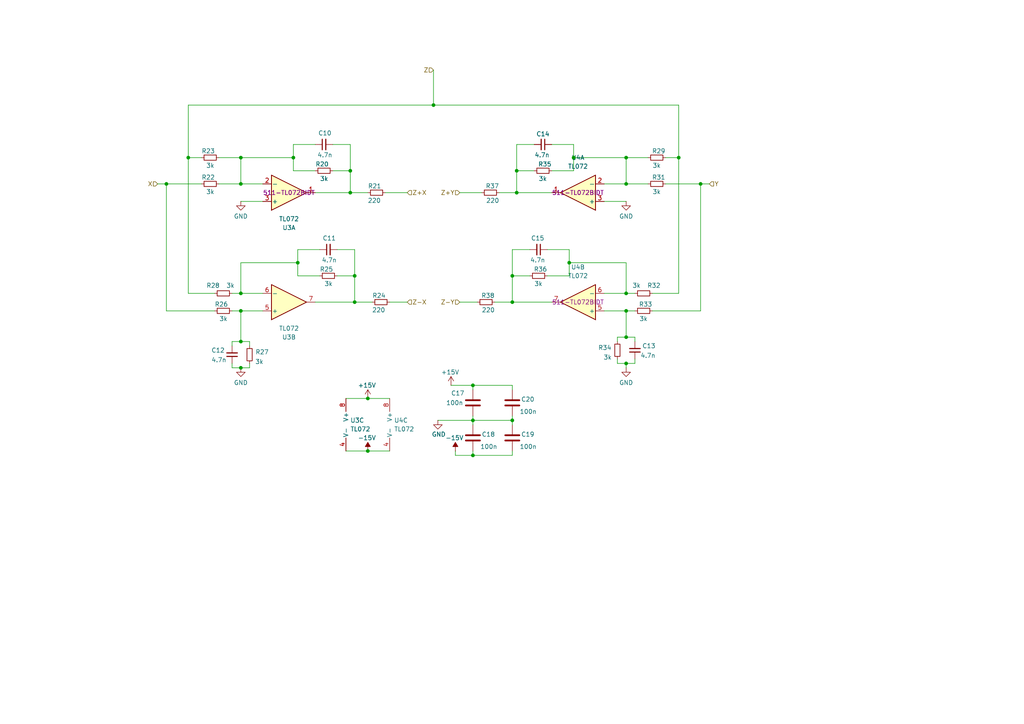
<source format=kicad_sch>
(kicad_sch (version 20250114) (generator "eeschema") (generator_version "9.0")
  (paper "A4")
  (lib_symbols
    (symbol "Amplifier_Operational:TL072" (pin_names (offset 0.127))
      (property "Reference" "U" (at 0 5.08 0))
      (property "Value" "TL072" (at 0 -5.08 0))
      (symbol "TL072_1_1"
        (polyline (pts (xy -5.08 5.08) (xy 5.08 0) (xy -5.08 -5.08) (xy -5.08 5.08)) (stroke (width 0.254)) (fill (type background)))
        (pin input line (at -7.62 2.54 0) (length 2.54) (name "+") (number "3"))
        (pin input line (at -7.62 -2.54 0) (length 2.54) (name "-") (number "2"))
        (pin output line (at 7.62 0 180) (length 2.54) (name "~") (number "1"))
      )
      (symbol "TL072_2_1"
        (polyline (pts (xy -5.08 5.08) (xy 5.08 0) (xy -5.08 -5.08) (xy -5.08 5.08)) (stroke (width 0.254)) (fill (type background)))
        (pin input line (at -7.62 2.54 0) (length 2.54) (name "+") (number "5"))
        (pin input line (at -7.62 -2.54 0) (length 2.54) (name "-") (number "6"))
        (pin output line (at 7.62 0 180) (length 2.54) (name "~") (number "7"))
      )
      (symbol "TL072_3_1"
        (pin power_in line (at -2.54 7.62 270) (length 3.81) (name "V+") (number "8"))
        (pin power_in line (at -2.54 -7.62 90) (length 3.81) (name "V-") (number "4"))
      )
    )
    (symbol "Device:C" (pin_numbers (hide yes)) (pin_names (offset 0.254))
      (property "Reference" "C" (at 0.635 2.54 0))
      (property "Value" "C" (at 0.635 -2.54 0))
      (symbol "C_0_1"
        (polyline (pts (xy -2.032 0.762) (xy 2.032 0.762)) (stroke (width 0.508)))
        (polyline (pts (xy -2.032 -0.762) (xy 2.032 -0.762)) (stroke (width 0.508)))
      )
      (symbol "C_1_1"
        (pin passive line (at 0 3.81 270) (length 2.794) (name "~") (number "1"))
        (pin passive line (at 0 -3.81 90) (length 2.794) (name "~") (number "2"))
      )
    )
    (symbol "Device:C_Small" (pin_numbers (hide yes)) (pin_names (offset 0.254) (hide yes))
      (property "Reference" "C" (at 0.254 1.778 0))
      (property "Value" "C_Small" (at 0.254 -2.032 0))
      (symbol "C_Small_0_1"
        (polyline (pts (xy -1.524 0.508) (xy 1.524 0.508)) (stroke (width 0.3048)))
        (polyline (pts (xy -1.524 -0.508) (xy 1.524 -0.508)) (stroke (width 0.3302)))
      )
      (symbol "C_Small_1_1"
        (pin passive line (at 0 2.54 270) (length 2.032) (name "~") (number "1"))
        (pin passive line (at 0 -2.54 90) (length 2.032) (name "~") (number "2"))
      )
    )
    (symbol "Device:R_Small" (pin_numbers (hide yes)) (pin_names (offset 0.254) (hide yes))
      (property "Reference" "R" (at 0.762 0.508 0))
      (property "Value" "R_Small" (at 0.762 -1.016 0))
      (symbol "R_Small_0_1"
        (rectangle (start -0.762 1.778) (end 0.762 -1.778) (stroke (width 0.2032)))
      )
      (symbol "R_Small_1_1"
        (pin passive line (at 0 2.54 270) (length 0.762) (name "~") (number "1"))
        (pin passive line (at 0 -2.54 90) (length 0.762) (name "~") (number "2"))
      )
    )
    (symbol "power:+15V" (power) (pin_numbers (hide yes)) (pin_names (offset 0) (hide yes))
      (property "Value" "+15V" (at 0 3.556 0))
      (symbol "+15V_0_1"
        (polyline (pts (xy -0.762 1.27) (xy 0 2.54)))
        (polyline (pts (xy 0 2.54) (xy 0.762 1.27)))
        (polyline (pts (xy 0 0) (xy 0 2.54)))
      )
      (symbol "+15V_1_1"
        (pin power_in line (at 0 0 90) (length 0) (name "~") (number "1"))
      )
    )
    (symbol "power:-15V" (power) (pin_numbers (hide yes)) (pin_names (offset 0) (hide yes))
      (property "Value" "-15V" (at 0 3.556 0))
      (symbol "-15V_0_0"
        (pin power_in line (at 0 0 90) (length 0) (name "~") (number "1"))
      )
      (symbol "-15V_0_1"
        (polyline (pts (xy 0 0) (xy 0 1.27) (xy 0.762 1.27) (xy 0 2.54) (xy -0.762 1.27) (xy 0 1.27)) (fill (type outline)))
      )
    )
    (symbol "power:GND" (power) (pin_numbers (hide yes)) (pin_names (offset 0) (hide yes))
      (property "Value" "GND" (at 0 -3.81 0))
      (symbol "GND_0_1"
        (polyline (pts (xy 0 0) (xy 0 -1.27) (xy 1.27 -1.27) (xy 0 -2.54) (xy -1.27 -1.27) (xy 0 -1.27)))
      )
      (symbol "GND_1_1"
        (pin power_in line (at 0 0 270) (length 0) (name "~") (number "1"))
      )
    )
  )
  (junction (at 85.09 45.72))
  (junction (at 137.16 121.92))
  (junction (at 149.86 55.88))
  (junction (at 69.85 99.06))
  (junction (at 54.61 45.72))
  (junction (at 181.61 53.34))
  (junction (at 166.37 45.72))
  (junction (at 125.73 30.48))
  (junction (at 69.85 53.34))
  (junction (at 148.59 87.63))
  (junction (at 137.16 111.76))
  (junction (at 165.1 76.2))
  (junction (at 69.85 85.09))
  (junction (at 137.16 132.08))
  (junction (at 86.36 76.2))
  (junction (at 101.6 55.88))
  (junction (at 181.61 105.41))
  (junction (at 106.68 115.57))
  (junction (at 69.85 45.72))
  (junction (at 101.6 49.53))
  (junction (at 181.61 85.09))
  (junction (at 181.61 97.79))
  (junction (at 203.2 53.34))
  (junction (at 102.87 87.63))
  (junction (at 148.59 80.01))
  (junction (at 148.59 121.92))
  (junction (at 181.61 45.72))
  (junction (at 69.85 90.17))
  (junction (at 48.26 53.34))
  (junction (at 102.87 80.01))
  (junction (at 181.61 90.17))
  (junction (at 196.85 45.72))
  (junction (at 149.86 49.53))
  (junction (at 69.85 106.68))
  (junction (at 106.68 130.81))
  (wire (pts (xy 148.59 80.01) (xy 148.59 87.63)))
  (wire (pts (xy 91.44 55.88) (xy 101.6 55.88)))
  (wire (pts (xy 165.1 76.2) (xy 165.1 80.01)))
  (wire (pts (xy 97.79 72.39) (xy 102.87 72.39)))
  (wire (pts (xy 48.26 90.17) (xy 48.26 53.34)))
  (wire (pts (xy 181.61 53.34) (xy 175.26 53.34)))
  (wire (pts (xy 148.59 123.19) (xy 148.59 121.92)))
  (wire (pts (xy 69.85 45.72) (xy 85.09 45.72)))
  (wire (pts (xy 111.76 55.88) (xy 118.11 55.88)))
  (wire (pts (xy 193.04 45.72) (xy 196.85 45.72)))
  (wire (pts (xy 63.5 53.34) (xy 69.85 53.34)))
  (wire (pts (xy 96.52 41.91) (xy 101.6 41.91)))
  (wire (pts (xy 127 121.92) (xy 137.16 121.92)))
  (wire (pts (xy 86.36 80.01) (xy 92.71 80.01)))
  (wire (pts (xy 72.39 106.68) (xy 72.39 105.41)))
  (wire (pts (xy 153.67 72.39) (xy 148.59 72.39)))
  (wire (pts (xy 148.59 121.92) (xy 148.59 120.65)))
  (wire (pts (xy 67.31 85.09) (xy 69.85 85.09)))
  (wire (pts (xy 54.61 85.09) (xy 54.61 45.72)))
  (wire (pts (xy 165.1 72.39) (xy 165.1 76.2)))
  (wire (pts (xy 133.35 55.88) (xy 139.7 55.88)))
  (wire (pts (xy 181.61 106.68) (xy 181.61 105.41)))
  (wire (pts (xy 160.02 87.63) (xy 148.59 87.63)))
  (wire (pts (xy 113.03 87.63) (xy 118.11 87.63)))
  (wire (pts (xy 96.52 49.53) (xy 101.6 49.53)))
  (wire (pts (xy 160.02 41.91) (xy 166.37 41.91)))
  (wire (pts (xy 132.08 132.08) (xy 137.16 132.08)))
  (wire (pts (xy 69.85 58.42) (xy 76.2 58.42)))
  (wire (pts (xy 138.43 87.63) (xy 133.35 87.63)))
  (wire (pts (xy 137.16 113.03) (xy 137.16 111.76)))
  (wire (pts (xy 179.07 105.41) (xy 179.07 104.14)))
  (wire (pts (xy 148.59 87.63) (xy 143.51 87.63)))
  (wire (pts (xy 165.1 80.01) (xy 158.75 80.01)))
  (wire (pts (xy 54.61 30.48) (xy 125.73 30.48)))
  (wire (pts (xy 203.2 53.34) (xy 193.04 53.34)))
  (wire (pts (xy 102.87 87.63) (xy 107.95 87.63)))
  (wire (pts (xy 166.37 41.91) (xy 166.37 45.72)))
  (wire (pts (xy 97.79 80.01) (xy 102.87 80.01)))
  (wire (pts (xy 184.15 85.09) (xy 181.61 85.09)))
  (wire (pts (xy 184.15 105.41) (xy 181.61 105.41)))
  (wire (pts (xy 181.61 45.72) (xy 181.61 53.34)))
  (wire (pts (xy 85.09 45.72) (xy 85.09 49.53)))
  (wire (pts (xy 101.6 55.88) (xy 106.68 55.88)))
  (wire (pts (xy 181.61 85.09) (xy 175.26 85.09)))
  (wire (pts (xy 181.61 90.17) (xy 181.61 97.79)))
  (wire (pts (xy 148.59 132.08) (xy 137.16 132.08)))
  (wire (pts (xy 153.67 80.01) (xy 148.59 80.01)))
  (wire (pts (xy 67.31 106.68) (xy 69.85 106.68)))
  (wire (pts (xy 158.75 72.39) (xy 165.1 72.39)))
  (wire (pts (xy 189.23 85.09) (xy 196.85 85.09)))
  (wire (pts (xy 91.44 87.63) (xy 102.87 87.63)))
  (wire (pts (xy 69.85 45.72) (xy 69.85 53.34)))
  (wire (pts (xy 203.2 90.17) (xy 203.2 53.34)))
  (wire (pts (xy 184.15 97.79) (xy 184.15 99.06)))
  (wire (pts (xy 132.08 130.81) (xy 132.08 132.08)))
  (wire (pts (xy 148.59 130.81) (xy 148.59 132.08)))
  (wire (pts (xy 62.23 90.17) (xy 48.26 90.17)))
  (wire (pts (xy 196.85 30.48) (xy 196.85 45.72)))
  (wire (pts (xy 184.15 90.17) (xy 181.61 90.17)))
  (wire (pts (xy 125.73 30.48) (xy 196.85 30.48)))
  (wire (pts (xy 184.15 105.41) (xy 184.15 104.14)))
  (wire (pts (xy 69.85 53.34) (xy 76.2 53.34)))
  (wire (pts (xy 69.85 85.09) (xy 69.85 76.2)))
  (wire (pts (xy 101.6 49.53) (xy 101.6 55.88)))
  (wire (pts (xy 181.61 85.09) (xy 181.61 76.2)))
  (wire (pts (xy 181.61 90.17) (xy 175.26 90.17)))
  (wire (pts (xy 100.33 115.57) (xy 106.68 115.57)))
  (wire (pts (xy 148.59 113.03) (xy 148.59 111.76)))
  (wire (pts (xy 181.61 76.2) (xy 165.1 76.2)))
  (wire (pts (xy 63.5 45.72) (xy 69.85 45.72)))
  (wire (pts (xy 149.86 49.53) (xy 149.86 55.88)))
  (wire (pts (xy 166.37 45.72) (xy 166.37 49.53)))
  (wire (pts (xy 181.61 105.41) (xy 179.07 105.41)))
  (wire (pts (xy 92.71 72.39) (xy 86.36 72.39)))
  (wire (pts (xy 106.68 115.57) (xy 113.03 115.57)))
  (wire (pts (xy 106.68 130.81) (xy 113.03 130.81)))
  (wire (pts (xy 85.09 41.91) (xy 85.09 45.72)))
  (wire (pts (xy 189.23 90.17) (xy 203.2 90.17)))
  (wire (pts (xy 69.85 90.17) (xy 76.2 90.17)))
  (wire (pts (xy 149.86 55.88) (xy 144.78 55.88)))
  (wire (pts (xy 100.33 130.81) (xy 106.68 130.81)))
  (wire (pts (xy 196.85 85.09) (xy 196.85 45.72)))
  (wire (pts (xy 69.85 76.2) (xy 86.36 76.2)))
  (wire (pts (xy 54.61 30.48) (xy 54.61 45.72)))
  (wire (pts (xy 45.72 53.34) (xy 48.26 53.34)))
  (wire (pts (xy 72.39 99.06) (xy 72.39 100.33)))
  (wire (pts (xy 205.74 53.34) (xy 203.2 53.34)))
  (wire (pts (xy 86.36 76.2) (xy 86.36 80.01)))
  (wire (pts (xy 160.02 55.88) (xy 149.86 55.88)))
  (wire (pts (xy 187.96 53.34) (xy 181.61 53.34)))
  (wire (pts (xy 67.31 90.17) (xy 69.85 90.17)))
  (wire (pts (xy 101.6 41.91) (xy 101.6 49.53)))
  (wire (pts (xy 149.86 41.91) (xy 149.86 49.53)))
  (wire (pts (xy 62.23 85.09) (xy 54.61 85.09)))
  (wire (pts (xy 67.31 99.06) (xy 67.31 100.33)))
  (wire (pts (xy 187.96 45.72) (xy 181.61 45.72)))
  (wire (pts (xy 69.85 99.06) (xy 72.39 99.06)))
  (wire (pts (xy 86.36 72.39) (xy 86.36 76.2)))
  (wire (pts (xy 125.73 30.48) (xy 125.73 20.32)))
  (wire (pts (xy 102.87 80.01) (xy 102.87 87.63)))
  (wire (pts (xy 69.85 106.68) (xy 72.39 106.68)))
  (wire (pts (xy 69.85 85.09) (xy 76.2 85.09)))
  (wire (pts (xy 137.16 132.08) (xy 137.16 130.81)))
  (wire (pts (xy 166.37 49.53) (xy 160.02 49.53)))
  (wire (pts (xy 154.94 41.91) (xy 149.86 41.91)))
  (wire (pts (xy 130.81 111.76) (xy 137.16 111.76)))
  (wire (pts (xy 137.16 120.65) (xy 137.16 121.92)))
  (wire (pts (xy 69.85 90.17) (xy 69.85 99.06)))
  (wire (pts (xy 137.16 121.92) (xy 137.16 123.19)))
  (wire (pts (xy 184.15 97.79) (xy 181.61 97.79)))
  (wire (pts (xy 154.94 49.53) (xy 149.86 49.53)))
  (wire (pts (xy 67.31 99.06) (xy 69.85 99.06)))
  (wire (pts (xy 179.07 97.79) (xy 179.07 99.06)))
  (wire (pts (xy 67.31 106.68) (xy 67.31 105.41)))
  (wire (pts (xy 148.59 72.39) (xy 148.59 80.01)))
  (wire (pts (xy 102.87 72.39) (xy 102.87 80.01)))
  (wire (pts (xy 85.09 49.53) (xy 91.44 49.53)))
  (wire (pts (xy 181.61 45.72) (xy 166.37 45.72)))
  (wire (pts (xy 91.44 41.91) (xy 85.09 41.91)))
  (wire (pts (xy 58.42 45.72) (xy 54.61 45.72)))
  (wire (pts (xy 181.61 58.42) (xy 175.26 58.42)))
  (wire (pts (xy 181.61 97.79) (xy 179.07 97.79)))
  (wire (pts (xy 148.59 121.92) (xy 137.16 121.92)))
  (wire (pts (xy 48.26 53.34) (xy 58.42 53.34)))
  (wire (pts (xy 137.16 111.76) (xy 148.59 111.76)))
  (hierarchical_label "Y" (shape input) (at 205.74 53.34 0))
  (hierarchical_label "Z+Y" (shape input) (at 133.35 55.88 180))
  (hierarchical_label "Z+X" (shape input) (at 118.11 55.88 0))
  (hierarchical_label "Z" (shape input) (at 125.73 20.32 180))
  (hierarchical_label "Z-Y" (shape input) (at 133.35 87.63 180))
  (hierarchical_label "Z-X" (shape input) (at 118.11 87.63 0))
  (hierarchical_label "X" (shape input) (at 45.72 53.34 180))
  (symbol (lib_id "Amplifier_Operational:TL072") (at 83.82 55.88 0) (mirror x) (unit 1)
    (property "Reference" "U3" (at 83.82 66.04 0))
    (property "Value" "TL072" (at 83.82 63.5 0))
    (property "Footprint" "Package_SO:SOIC-8-1EP_3.9x4.9mm_P1.27mm_EP2.29x3mm_ThermalVias" (effects (hide yes)))
    (property "Datasheet" "http://www.ti.com/lit/ds/symlink/tl071.pdf" (effects (hide yes)))
    (property "Description" "Dual Low-Noise JFET-Input Operational Amplifiers, DIP-8/SOIC-8" (effects (hide yes)))
    (property "Mouser Part Number" "511-TL072BIDT" (at 83.82 55.88 0))
  )
  (symbol (lib_id "Device:C") (at 137.16 127 0) (unit 1)
    (property "Reference" "C18" (at 139.7 125.984 0) (effects (justify left)))
    (property "Value" "100n" (at 144.272 129.54 0) (effects (justify right)))
    (property "Footprint" "Capacitor_SMD:C_0805_2012Metric" (effects (hide yes)))
    (property "LCSC" "C14663" (effects (hide yes)))
    (property "Mouser Part Number" "80-C0805S104K1RACAUT" (effects (hide yes)))
  )
  (symbol (lib_id "power:GND") (at 127 121.92 0) (unit 1)
    (property "Reference" "#PWR031" (effects (hide yes)))
    (property "Value" "GND" (at 127.254 125.984 0))
    (property "Description" "Power symbol creates a global label with name \"GND\" , ground" (effects (hide yes)))
  )
  (symbol (lib_id "Device:R_Small") (at 60.96 45.72 90) (unit 1)
    (property "Reference" "R23" (at 62.357 43.815 90) (effects (justify left)))
    (property "Value" "3k" (at 62.23 48.006 90) (effects (justify left)))
    (property "Footprint" "Resistor_SMD:R_0805_2012Metric" (effects (hide yes)))
    (property "Description" "Resistor, small symbol" (effects (hide yes)))
    (property "Mouser Part Number" "667-ERA-6AED302V" (effects (hide yes)))
  )
  (symbol (lib_id "Device:R_Small") (at 186.69 85.09 270) (mirror x) (unit 1)
    (property "Reference" "R32" (at 187.706 82.804 90) (effects (justify left)))
    (property "Value" "3k" (at 183.388 82.804 90) (effects (justify left)))
    (property "Footprint" "Resistor_SMD:R_0805_2012Metric" (effects (hide yes)))
    (property "Description" "Resistor, small symbol" (effects (hide yes)))
    (property "Mouser Part Number" "667-ERA-6AED302V" (effects (hide yes)))
  )
  (symbol (lib_id "Device:C") (at 137.16 116.84 0) (unit 1)
    (property "Reference" "C17" (at 130.81 114.046 0) (effects (justify left)))
    (property "Value" "100n" (at 134.366 116.84 0) (effects (justify right)))
    (property "Footprint" "Capacitor_SMD:C_0805_2012Metric" (effects (hide yes)))
    (property "LCSC" "C14663" (effects (hide yes)))
    (property "Mouser Part Number" "80-C0805S104K1RACAUT" (effects (hide yes)))
  )
  (symbol (lib_id "Device:R_Small") (at 64.77 85.09 90) (unit 1)
    (property "Reference" "R28" (at 63.754 82.804 90) (effects (justify left)))
    (property "Value" "3k" (at 68.072 82.804 90) (effects (justify left)))
    (property "Footprint" "Resistor_SMD:R_0805_2012Metric" (effects (hide yes)))
    (property "Description" "Resistor, small symbol" (effects (hide yes)))
    (property "Mouser Part Number" "667-ERA-6AED302V" (effects (hide yes)))
  )
  (symbol (lib_id "Device:R_Small") (at 72.39 102.87 180) (unit 1)
    (property "Reference" "R27" (at 77.978 102.108 0) (effects (justify left)))
    (property "Value" "3k" (at 76.454 104.902 0) (effects (justify left)))
    (property "Footprint" "Resistor_SMD:R_0805_2012Metric" (effects (hide yes)))
    (property "Description" "Resistor, small symbol" (effects (hide yes)))
    (property "Mouser Part Number" "667-ERA-6AED302V" (effects (hide yes)))
  )
  (symbol (lib_id "Device:R_Small") (at 190.5 53.34 270) (mirror x) (unit 1)
    (property "Reference" "R31" (at 189.103 51.435 90) (effects (justify left)))
    (property "Value" "3k" (at 189.23 55.626 90) (effects (justify left)))
    (property "Footprint" "Resistor_SMD:R_0805_2012Metric" (effects (hide yes)))
    (property "Description" "Resistor, small symbol" (effects (hide yes)))
    (property "Mouser Part Number" "667-ERA-6AED302V" (effects (hide yes)))
  )
  (symbol (lib_id "Device:C_Small") (at 184.15 101.6 0) (mirror x) (unit 1)
    (property "Reference" "C13" (at 188.214 100.33 0))
    (property "Value" "4.7n" (at 187.96 103.124 0))
    (property "Footprint" "Capacitor_SMD:C_0805_2012Metric" (effects (hide yes)))
    (property "Description" "Unpolarized capacitor, small symbol" (effects (hide yes)))
    (property "Mouser Part Number" "80-C0805C472J3GAUTO" (effects (hide yes)))
  )
  (symbol (lib_id "Device:C_Small") (at 95.25 72.39 90) (unit 1)
    (property "Reference" "C11" (at 95.504 69.088 90))
    (property "Value" "4.7n" (at 95.504 75.438 90))
    (property "Footprint" "Capacitor_SMD:C_0805_2012Metric" (effects (hide yes)))
    (property "Description" "Unpolarized capacitor, small symbol" (effects (hide yes)))
    (property "Mouser Part Number" "80-C0805C472J3GAUTO" (effects (hide yes)))
  )
  (symbol (lib_id "power:-15V") (at 106.68 130.81 0) (unit 1)
    (property "Reference" "#PWR016" (effects (hide yes)))
    (property "Value" "-15V" (at 106.426 127 0))
    (property "Description" "Power symbol creates a global label with name \"-15V\"" (effects (hide yes)))
  )
  (symbol (lib_id "Amplifier_Operational:TL072") (at 167.64 55.88 180) (unit 1)
    (property "Reference" "U4" (at 167.64 45.72 0))
    (property "Value" "TL072" (at 167.64 48.26 0))
    (property "Footprint" "Package_SO:SOIC-8-1EP_3.9x4.9mm_P1.27mm_EP2.29x3mm_ThermalVias" (effects (hide yes)))
    (property "Datasheet" "http://www.ti.com/lit/ds/symlink/tl071.pdf" (effects (hide yes)))
    (property "Description" "Dual Low-Noise JFET-Input Operational Amplifiers, DIP-8/SOIC-8" (effects (hide yes)))
    (property "Mouser Part Number" "511-TL072BIDT" (at 167.64 55.88 0))
  )
  (symbol (lib_id "Device:C_Small") (at 67.31 102.87 180) (unit 1)
    (property "Reference" "C12" (at 63.246 101.6 0))
    (property "Value" "4.7n" (at 63.5 104.394 0))
    (property "Footprint" "Capacitor_SMD:C_0805_2012Metric" (effects (hide yes)))
    (property "Description" "Unpolarized capacitor, small symbol" (effects (hide yes)))
    (property "Mouser Part Number" "80-C0805C472J3GAUTO" (effects (hide yes)))
  )
  (symbol (lib_id "Device:C") (at 148.59 127 0) (unit 1)
    (property "Reference" "C19" (at 151.13 125.984 0) (effects (justify left)))
    (property "Value" "100n" (at 155.702 129.54 0) (effects (justify right)))
    (property "Footprint" "Capacitor_SMD:C_0805_2012Metric" (effects (hide yes)))
    (property "LCSC" "C14663" (effects (hide yes)))
    (property "Mouser Part Number" "80-C0805S104K1RACAUT" (effects (hide yes)))
  )
  (symbol (lib_id "Device:C_Small") (at 157.48 41.91 270) (mirror x) (unit 1)
    (property "Reference" "C14" (at 157.48 38.862 90))
    (property "Value" "4.7n" (at 157.226 44.958 90))
    (property "Footprint" "Capacitor_SMD:C_0805_2012Metric" (effects (hide yes)))
    (property "Description" "Unpolarized capacitor, small symbol" (effects (hide yes)))
    (property "Mouser Part Number" "80-C0805C472J3GAUTO" (effects (hide yes)))
  )
  (symbol (lib_id "Device:C_Small") (at 93.98 41.91 90) (unit 1)
    (property "Reference" "C10" (at 94.234 38.608 90))
    (property "Value" "4.7n" (at 94.234 44.958 90))
    (property "Footprint" "Capacitor_SMD:C_0805_2012Metric" (effects (hide yes)))
    (property "Description" "Unpolarized capacitor, small symbol" (effects (hide yes)))
    (property "Mouser Part Number" "80-C0805C472J3GAUTO" (effects (hide yes)))
  )
  (symbol (lib_id "Device:R_Small") (at 179.07 101.6 0) (mirror x) (unit 1)
    (property "Reference" "R34" (at 173.482 100.838 0) (effects (justify left)))
    (property "Value" "3k" (at 175.006 103.632 0) (effects (justify left)))
    (property "Footprint" "Resistor_SMD:R_0805_2012Metric" (effects (hide yes)))
    (property "Description" "Resistor, small symbol" (effects (hide yes)))
    (property "Mouser Part Number" "667-ERA-6AED302V" (effects (hide yes)))
  )
  (symbol (lib_id "power:+15V") (at 106.68 115.57 0) (unit 1)
    (property "Reference" "#PWR017" (effects (hide yes)))
    (property "Value" "+15V" (at 106.426 111.76 0))
    (property "Description" "Power symbol creates a global label with name \"+15V\"" (effects (hide yes)))
  )
  (symbol (lib_id "power:GND") (at 69.85 106.68 0) (unit 1)
    (property "Reference" "#PWR013" (effects (hide yes)))
    (property "Value" "GND" (at 69.85 110.998 0))
    (property "Description" "Power symbol creates a global label with name \"GND\" , ground" (effects (hide yes)))
  )
  (symbol (lib_id "Amplifier_Operational:TL072") (at 102.87 123.19 0) (unit 3)
    (property "Reference" "U3" (at 101.6 121.9199 0) (effects (justify left)))
    (property "Value" "TL072" (at 101.6 124.4599 0) (effects (justify left)))
    (property "Footprint" "Package_SO:SOIC-8-1EP_3.9x4.9mm_P1.27mm_EP2.29x3mm_ThermalVias" (effects (hide yes)))
    (property "Datasheet" "http://www.ti.com/lit/ds/symlink/tl071.pdf" (effects (hide yes)))
    (property "Description" "Dual Low-Noise JFET-Input Operational Amplifiers, DIP-8/SOIC-8" (effects (hide yes)))
    (property "Mouser Part Number" "511-TL072BIDT" (effects (hide yes)))
  )
  (symbol (lib_id "Amplifier_Operational:TL072") (at 83.82 87.63 0) (mirror x) (unit 2)
    (property "Reference" "U3" (at 83.82 97.79 0))
    (property "Value" "TL072" (at 83.82 95.25 0))
    (property "Footprint" "Package_SO:SOIC-8-1EP_3.9x4.9mm_P1.27mm_EP2.29x3mm_ThermalVias" (effects (hide yes)))
    (property "Datasheet" "http://www.ti.com/lit/ds/symlink/tl071.pdf" (effects (hide yes)))
    (property "Description" "Dual Low-Noise JFET-Input Operational Amplifiers, DIP-8/SOIC-8" (effects (hide yes)))
    (property "Mouser Part Number" "511-TL072BIDT" (effects (hide yes)))
  )
  (symbol (lib_id "power:GND") (at 181.61 106.68 0) (mirror y) (unit 1)
    (property "Reference" "#PWR015" (effects (hide yes)))
    (property "Value" "GND" (at 181.61 110.998 0))
    (property "Description" "Power symbol creates a global label with name \"GND\" , ground" (effects (hide yes)))
  )
  (symbol (lib_id "power:GND") (at 181.61 58.42 0) (mirror y) (unit 1)
    (property "Reference" "#PWR014" (effects (hide yes)))
    (property "Value" "GND" (at 181.61 62.738 0))
    (property "Description" "Power symbol creates a global label with name \"GND\" , ground" (effects (hide yes)))
  )
  (symbol (lib_id "Device:R_Small") (at 60.96 53.34 90) (unit 1)
    (property "Reference" "R22" (at 62.357 51.435 90) (effects (justify left)))
    (property "Value" "3k" (at 62.23 55.626 90) (effects (justify left)))
    (property "Footprint" "Resistor_SMD:R_0805_2012Metric" (effects (hide yes)))
    (property "Description" "Resistor, small symbol" (effects (hide yes)))
    (property "Mouser Part Number" "667-ERA-6AED302V" (effects (hide yes)))
  )
  (symbol (lib_id "power:+15V") (at 130.81 111.76 0) (unit 1)
    (property "Reference" "#PWR033" (effects (hide yes)))
    (property "Value" "+15V" (at 130.556 107.95 0))
    (property "Description" "Power symbol creates a global label with name \"+15V\"" (effects (hide yes)))
  )
  (symbol (lib_id "power:GND") (at 69.85 58.42 0) (unit 1)
    (property "Reference" "#PWR012" (effects (hide yes)))
    (property "Value" "GND" (at 69.85 62.738 0))
    (property "Description" "Power symbol creates a global label with name \"GND\" , ground" (effects (hide yes)))
  )
  (symbol (lib_id "Amplifier_Operational:TL072") (at 115.57 123.19 0) (unit 3)
    (property "Reference" "U4" (at 114.3 121.9199 0) (effects (justify left)))
    (property "Value" "TL072" (at 114.3 124.4599 0) (effects (justify left)))
    (property "Footprint" "Package_SO:SOIC-8-1EP_3.9x4.9mm_P1.27mm_EP2.29x3mm_ThermalVias" (effects (hide yes)))
    (property "Datasheet" "http://www.ti.com/lit/ds/symlink/tl071.pdf" (effects (hide yes)))
    (property "Description" "Dual Low-Noise JFET-Input Operational Amplifiers, DIP-8/SOIC-8" (effects (hide yes)))
    (property "Mouser Part Number" "511-TL072BIDT" (effects (hide yes)))
  )
  (symbol (lib_id "Device:R_Small") (at 156.21 80.01 270) (mirror x) (unit 1)
    (property "Reference" "R36" (at 154.813 78.105 90) (effects (justify left)))
    (property "Value" "3k" (at 154.94 82.296 90) (effects (justify left)))
    (property "Footprint" "Resistor_SMD:R_0805_2012Metric" (effects (hide yes)))
    (property "Description" "Resistor, small symbol" (effects (hide yes)))
    (property "Mouser Part Number" "667-ERA-6AED302V" (effects (hide yes)))
  )
  (symbol (lib_id "Device:R_Small") (at 157.48 49.53 270) (mirror x) (unit 1)
    (property "Reference" "R35" (at 156.083 47.625 90) (effects (justify left)))
    (property "Value" "3k" (at 156.21 51.816 90) (effects (justify left)))
    (property "Footprint" "Resistor_SMD:R_0805_2012Metric" (effects (hide yes)))
    (property "Description" "Resistor, small symbol" (effects (hide yes)))
    (property "Mouser Part Number" "667-ERA-6AED302V" (effects (hide yes)))
  )
  (symbol (lib_id "Device:R_Small") (at 95.25 80.01 90) (unit 1)
    (property "Reference" "R25" (at 96.647 78.105 90) (effects (justify left)))
    (property "Value" "3k" (at 96.52 82.296 90) (effects (justify left)))
    (property "Footprint" "Resistor_SMD:R_0805_2012Metric" (effects (hide yes)))
    (property "Description" "Resistor, small symbol" (effects (hide yes)))
    (property "Mouser Part Number" "667-ERA-6AED302V" (effects (hide yes)))
  )
  (symbol (lib_id "Device:C_Small") (at 156.21 72.39 270) (mirror x) (unit 1)
    (property "Reference" "C15" (at 155.956 69.088 90))
    (property "Value" "4.7n" (at 155.956 75.438 90))
    (property "Footprint" "Capacitor_SMD:C_0805_2012Metric" (effects (hide yes)))
    (property "Description" "Unpolarized capacitor, small symbol" (effects (hide yes)))
    (property "Mouser Part Number" "80-C0805C472J3GAUTO" (effects (hide yes)))
  )
  (symbol (lib_id "Device:R_Small") (at 186.69 90.17 270) (mirror x) (unit 1)
    (property "Reference" "R33" (at 185.293 88.265 90) (effects (justify left)))
    (property "Value" "3k" (at 185.42 92.456 90) (effects (justify left)))
    (property "Footprint" "Resistor_SMD:R_0805_2012Metric" (effects (hide yes)))
    (property "Description" "Resistor, small symbol" (effects (hide yes)))
    (property "Mouser Part Number" "667-ERA-6AED302V" (effects (hide yes)))
  )
  (symbol (lib_id "Device:R_Small") (at 142.24 55.88 270) (mirror x) (unit 1)
    (property "Reference" "R37" (at 140.843 53.975 90) (effects (justify left)))
    (property "Value" "220" (at 140.97 58.166 90) (effects (justify left)))
    (property "Footprint" "Resistor_SMD:R_0805_2012Metric" (effects (hide yes)))
    (property "Description" "Resistor, small symbol" (effects (hide yes)))
    (property "Mouser Part Number" "279-CRGH0805F220R" (effects (hide yes)))
  )
  (symbol (lib_id "Device:R_Small") (at 190.5 45.72 270) (mirror x) (unit 1)
    (property "Reference" "R29" (at 189.103 43.815 90) (effects (justify left)))
    (property "Value" "3k" (at 189.23 48.006 90) (effects (justify left)))
    (property "Footprint" "Resistor_SMD:R_0805_2012Metric" (effects (hide yes)))
    (property "Description" "Resistor, small symbol" (effects (hide yes)))
    (property "Mouser Part Number" "667-ERA-6AED302V" (effects (hide yes)))
  )
  (symbol (lib_id "power:-15V") (at 132.08 130.81 0) (unit 1)
    (property "Reference" "#PWR029" (effects (hide yes)))
    (property "Value" "-15V" (at 131.826 127 0))
    (property "Description" "Power symbol creates a global label with name \"-15V\"" (effects (hide yes)))
  )
  (symbol (lib_id "Amplifier_Operational:TL072") (at 167.64 87.63 180) (unit 2)
    (property "Reference" "U4" (at 167.64 77.47 0))
    (property "Value" "TL072" (at 167.64 80.01 0))
    (property "Footprint" "Package_SO:SOIC-8-1EP_3.9x4.9mm_P1.27mm_EP2.29x3mm_ThermalVias" (effects (hide yes)))
    (property "Datasheet" "http://www.ti.com/lit/ds/symlink/tl071.pdf" (effects (hide yes)))
    (property "Description" "Dual Low-Noise JFET-Input Operational Amplifiers, DIP-8/SOIC-8" (effects (hide yes)))
    (property "Mouser Part Number" "511-TL072BIDT" (at 167.64 87.63 0))
  )
  (symbol (lib_id "Device:R_Small") (at 110.49 87.63 90) (unit 1)
    (property "Reference" "R24" (at 111.887 85.725 90) (effects (justify left)))
    (property "Value" "220" (at 111.76 89.916 90) (effects (justify left)))
    (property "Footprint" "Resistor_SMD:R_0805_2012Metric" (effects (hide yes)))
    (property "Description" "Resistor, small symbol" (effects (hide yes)))
    (property "Mouser Part Number" "279-CRGH0805F220R" (effects (hide yes)))
  )
  (symbol (lib_id "Device:R_Small") (at 109.22 55.88 90) (unit 1)
    (property "Reference" "R21" (at 110.617 53.975 90) (effects (justify left)))
    (property "Value" "220" (at 110.49 58.166 90) (effects (justify left)))
    (property "Footprint" "Resistor_SMD:R_0805_2012Metric" (effects (hide yes)))
    (property "Description" "Resistor, small symbol" (effects (hide yes)))
    (property "Mouser Part Number" "279-CRGH0805F220R" (effects (hide yes)))
  )
  (symbol (lib_id "Device:R_Small") (at 140.97 87.63 270) (mirror x) (unit 1)
    (property "Reference" "R38" (at 139.573 85.725 90) (effects (justify left)))
    (property "Value" "220" (at 139.7 89.916 90) (effects (justify left)))
    (property "Footprint" "Resistor_SMD:R_0805_2012Metric" (effects (hide yes)))
    (property "Description" "Resistor, small symbol" (effects (hide yes)))
    (property "Mouser Part Number" "279-CRGH0805F220R" (effects (hide yes)))
  )
  (symbol (lib_id "Device:R_Small") (at 93.98 49.53 90) (unit 1)
    (property "Reference" "R20" (at 95.377 47.625 90) (effects (justify left)))
    (property "Value" "3k" (at 95.25 51.816 90) (effects (justify left)))
    (property "Footprint" "Resistor_SMD:R_0805_2012Metric" (effects (hide yes)))
    (property "Description" "Resistor, small symbol" (effects (hide yes)))
    (property "Mouser Part Number" "667-ERA-6AED302V" (effects (hide yes)))
  )
  (symbol (lib_id "Device:C") (at 148.59 116.84 0) (unit 1)
    (property "Reference" "C20" (at 151.13 115.824 0) (effects (justify left)))
    (property "Value" "100n" (at 155.702 119.38 0) (effects (justify right)))
    (property "Footprint" "Capacitor_SMD:C_0805_2012Metric" (effects (hide yes)))
    (property "LCSC" "C14663" (effects (hide yes)))
    (property "Mouser Part Number" "80-C0805S104K1RACAUT" (effects (hide yes)))
  )
  (symbol (lib_id "Device:R_Small") (at 64.77 90.17 90) (unit 1)
    (property "Reference" "R26" (at 66.167 88.265 90) (effects (justify left)))
    (property "Value" "3k" (at 66.04 92.456 90) (effects (justify left)))
    (property "Footprint" "Resistor_SMD:R_0805_2012Metric" (effects (hide yes)))
    (property "Description" "Resistor, small symbol" (effects (hide yes)))
    (property "Mouser Part Number" "667-ERA-6AED302V" (effects (hide yes)))
  )
)
</source>
